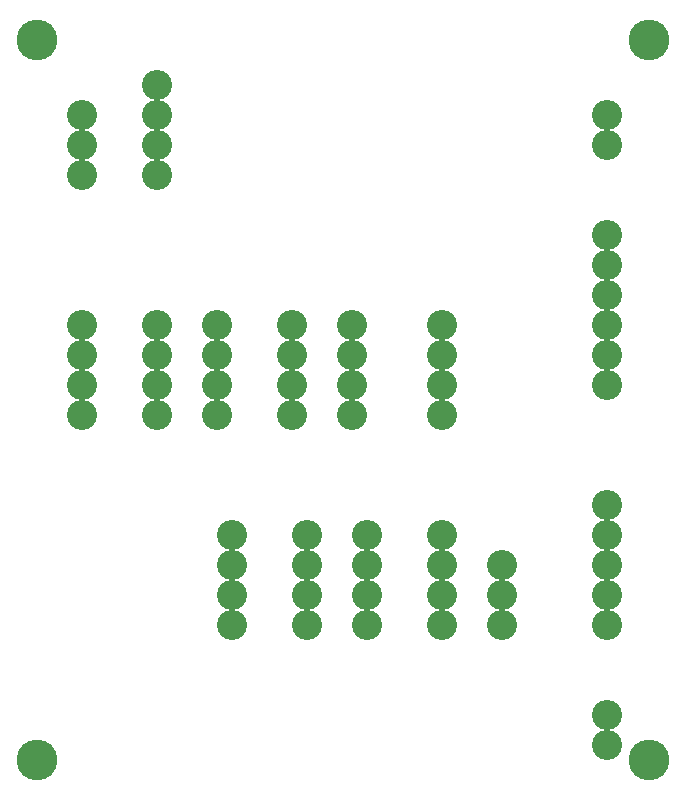
<source format=gts>
G04 MADE WITH FRITZING*
G04 WWW.FRITZING.ORG*
G04 DOUBLE SIDED*
G04 HOLES PLATED*
G04 CONTOUR ON CENTER OF CONTOUR VECTOR*
%ASAXBY*%
%FSLAX23Y23*%
%MOIN*%
%OFA0B0*%
%SFA1.0B1.0*%
%ADD10C,0.100551*%
%ADD11C,0.135984*%
%LNMASK1*%
G90*
G70*
G54D10*
X1452Y837D03*
X1452Y737D03*
X1452Y637D03*
X1452Y537D03*
X752Y837D03*
X752Y737D03*
X752Y637D03*
X752Y537D03*
X1002Y837D03*
X1002Y737D03*
X1002Y637D03*
X1002Y537D03*
X1202Y837D03*
X1202Y737D03*
X1202Y637D03*
X1202Y537D03*
X252Y1537D03*
X252Y1437D03*
X252Y1337D03*
X252Y1237D03*
X1452Y1537D03*
X1452Y1437D03*
X1452Y1337D03*
X1452Y1237D03*
X502Y1537D03*
X502Y1437D03*
X502Y1337D03*
X502Y1237D03*
X1152Y1537D03*
X1152Y1437D03*
X1152Y1337D03*
X1152Y1237D03*
X702Y1537D03*
X702Y1437D03*
X702Y1337D03*
X702Y1237D03*
X952Y1537D03*
X952Y1437D03*
X952Y1337D03*
X952Y1237D03*
G54D11*
X102Y2487D03*
X2143Y87D03*
X2143Y2487D03*
X102Y87D03*
G54D10*
X1652Y737D03*
X1652Y637D03*
X1652Y537D03*
X502Y2337D03*
X502Y2237D03*
X502Y2137D03*
X502Y2037D03*
X252Y2237D03*
X252Y2137D03*
X252Y2037D03*
X2002Y2237D03*
X2002Y2137D03*
X2002Y1837D03*
X2002Y1737D03*
X2002Y1637D03*
X2002Y1537D03*
X2002Y1437D03*
X2002Y1337D03*
X2002Y237D03*
X2002Y137D03*
X2002Y937D03*
X2002Y837D03*
X2002Y737D03*
X2002Y637D03*
X2002Y537D03*
G04 End of Mask1*
M02*
</source>
